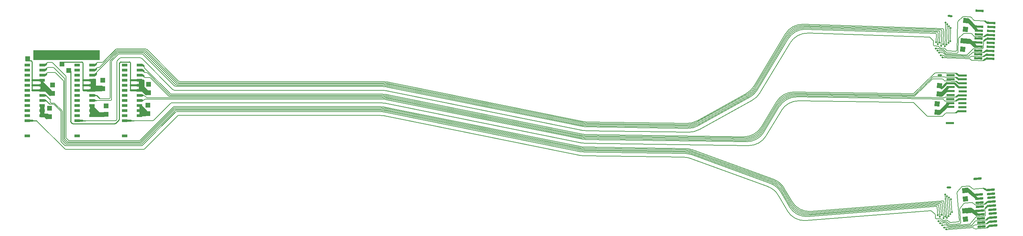
<source format=gbr>
*
G4_C Author: OrCAD GerbTool(tm) 8.1.1 Thu Jun 19 01:59:54 2003*
%LPD*%
%FSLAX34Y34*%
%MOIN*%
%AD*%
%AMD25R98*
20,1,0.025000,0.000000,-0.035000,0.000000,0.035000,98.600000*
%
%AMD10R98*
20,1,0.050000,-0.025000,0.000000,0.025000,0.000000,98.600000*
%
%AMD25R98N2*
20,1,0.025000,0.000000,-0.035000,0.000000,0.035000,98.600000*
%
%AMD10R98N2*
20,1,0.050000,-0.025000,0.000000,0.025000,0.000000,98.600000*
%
%AMD25R86*
20,1,0.025000,0.000000,-0.035000,0.000000,0.035000,86.080000*
%
%AMD10R86*
20,1,0.050000,-0.025000,0.000000,0.025000,0.000000,86.080000*
%
%AMD16R5*
20,1,0.025000,-0.035000,0.000000,0.035000,0.000000,5.450000*
%
%AMD10R5*
20,1,0.050000,-0.025000,0.000000,0.025000,0.000000,5.450000*
%
%AMD16R5N2*
20,1,0.025000,-0.035000,0.000000,0.035000,0.000000,5.450000*
%
%AMD10R5N2*
20,1,0.050000,-0.025000,0.000000,0.025000,0.000000,5.450000*
%
%AMD32R3*
20,1,0.025000,0.034920,-0.002390,-0.034920,0.002390,3.950000*
%
%AMD33R3*
20,1,0.050000,-0.001710,-0.024940,0.001710,0.024940,3.950000*
%
%AMD32R3N2*
20,1,0.025000,0.034920,-0.002390,-0.034920,0.002390,3.910000*
%
%AMD33R3N2*
20,1,0.050000,-0.001710,-0.024940,0.001710,0.024940,3.910000*
%
%AMD32R3N3*
20,1,0.025000,0.034920,-0.002390,-0.034920,0.002390,3.920000*
%
%AMD33R3N3*
20,1,0.050000,-0.001710,-0.024940,0.001710,0.024940,3.920000*
%
%AMD29R274*
20,1,0.022000,0.000000,-0.040000,0.000000,0.040000,274.700000*
%
%AMD54R274*
20,1,0.050000,-0.025000,0.000000,0.025000,0.000000,274.700000*
%
%AMD29R88*
20,1,0.022000,0.000000,-0.040000,0.000000,0.040000,88.000000*
%
%AMD54R88*
20,1,0.050000,-0.025000,0.000000,0.025000,0.000000,88.000000*
%
%AMD257R359*
20,1,0.022000,-0.040000,0.000000,0.040000,0.000000,359.000000*
%
%AMD54R359*
20,1,0.050000,-0.025000,0.000000,0.025000,0.000000,359.000000*
%
%AMD57R180*
20,1,0.022000,-0.039870,-0.003280,0.039870,0.003280,180.000000*
%
%AMD58R180*
20,1,0.050000,-0.002050,0.024920,0.002050,-0.024920,180.000000*
%
%AMD29R95*
20,1,0.022000,0.000000,-0.040000,0.000000,0.040000,95.100000*
%
%AMD54R95*
20,1,0.050000,-0.025000,0.000000,0.025000,0.000000,95.100000*
%
%AMD65R359*
20,1,0.022000,0.039840,0.003560,-0.039840,-0.003560,359.000000*
%
%AMD66R359*
20,1,0.050000,0.002220,-0.024900,-0.002220,0.024900,359.000000*
%
%AMD67R0*
20,1,0.022000,0.039900,0.002860,-0.039900,-0.002860,0.500000*
%
%AMD68R0*
20,1,0.050000,0.001790,-0.024930,-0.001790,0.024930,0.500000*
%
%AMD29R89*
20,1,0.022000,0.000000,-0.040000,0.000000,0.040000,89.200000*
%
%AMD54R89*
20,1,0.050000,-0.025000,0.000000,0.025000,0.000000,89.200000*
%
%AMD29R88N2*
20,1,0.022000,0.000000,-0.040000,0.000000,0.040000,88.200000*
%
%AMD54R88N2*
20,1,0.050000,-0.025000,0.000000,0.025000,0.000000,88.200000*
%
%ADD10R,0.050000X0.050000*%
%ADD11C,0.006000*%
%ADD12C,0.019000*%
%ADD13C,0.007900*%
%ADD14C,0.005000*%
%ADD15C,0.000800*%
%ADD16R,0.070000X0.025000*%
%ADD17R,0.068000X0.023000*%
%ADD18C,0.006000*%
%ADD19C,0.009800*%
%ADD20C,0.010000*%
%ADD21C,0.030000*%
%ADD22C,0.060000*%
%ADD23C,0.035000*%
%ADD24C,0.055000*%
%ADD25R,0.025000X0.070000*%
%ADD26C,0.010000*%
%ADD27R,0.029000X0.058000*%
%ADD28R,0.031000X0.060000*%
%ADD29R,0.022000X0.080000*%
%ADD30R,0.024000X0.082000*%
%ADD31D10R98N2*%
%ADD32D25R86*%
%ADD33D10R86*%
%ADD34D16R5*%
%ADD35D10R5*%
%ADD36D16R5N2*%
%ADD37D10R5N2*%
%ADD38D25R98N2*%
%ADD39D10R98N2*%
%ADD40D25R86*%
%ADD41D10R86*%
%ADD42D16R5*%
%ADD43D10R5*%
%ADD44D16R5N2*%
%ADD45D10R5N2*%
%ADD46D32R3*%
%ADD47D33R3*%
%ADD48R,0.070000X0.025000*%
%ADD49D33R3N2*%
%ADD50C,0.011000*%
%ADD51C,0.036000*%
%ADD52C,0.015000*%
%ADD53R,0.070000X0.025000*%
%ADD54R,0.050000X0.050000*%
%ADD55C,0.010000*%
%ADD56C,0.010000*%
%ADD57D29R274*%
%ADD58D54R274*%
%ADD59D29R88*%
%ADD60D54R88*%
%ADD61D257R359*%
%ADD62D54R359*%
%ADD63D57R180*%
%ADD64D58R180*%
%ADD65D29R95*%
%ADD66D54R95*%
%ADD67D65R359*%
%ADD68D66R359*%
%ADD69D67R0*%
%ADD70D68R0*%
%ADD71D29R89*%
%ADD72D54R89*%
%ADD73D29R88N2*%
%ADD74D54R88N2*%
%ADD256R,0.058000X0.029000*%
%ADD257R,0.080000X0.022000*%
G4_C OrCAD GerbTool Tool List *
G4_D50 1 0.0110 T 0 0*
G4_D51 3 0.0360 T 0 0*
G4_D52 2 0.0150 T 0 0*
G54D20*
G1X11815Y35876D2*
G1X12064Y35875D1*
G1X11814Y35376D2*
G1X12064Y35376D1*
G1X11589Y35376D2*
G54D11*
G1X12202Y35376D1*
G75*
G3X12272Y35404I0J100D1*
G74*
G1X12920Y37605D2*
G75*
G3X12849Y37635I-71J-71D1*
G74*
G1X15344Y34350D2*
G1X13877Y32883D1*
G1X13241Y33405D2*
G75*
G2X13172Y33376I-71J71D1*
G74*
G1X12052Y35876D2*
G1X11589Y35876D1*
G1X12483Y35965D2*
G54D12*
G1X11875Y36573D1*
G1X12481Y36179D2*
G1X11873Y36786D1*
G1X12594Y36259D2*
G1X11986Y36867D1*
G1X11875Y36432D2*
G1X11875Y37292D1*
G1X12065Y36485D2*
G1X12064Y37345D1*
G1X12222Y36485D2*
G1X12222Y37345D1*
G1X11352Y36877D2*
G1X12212Y36877D1*
G1X12798Y36100D2*
G1X12190Y36709D1*
G1X12509Y34301D2*
G1X11901Y34909D1*
G1X12545Y34110D2*
G1X11937Y34718D1*
G1X11937Y33904D2*
G1X11936Y34764D1*
G1X12440Y34027D2*
G1X12090Y34027D1*
G1X12409Y34153D2*
G1X12059Y34153D1*
G1X12397Y34340D2*
G1X12047Y34340D1*
G1X12379Y34423D2*
G1X12029Y34424D1*
G1X6213Y33376D2*
G1X5663Y33376D1*
G1X6510Y33375D2*
G54D20*
G1X6113Y33375D1*
G1X1578Y40072D2*
G54D10*
G1X7652Y40072D1*
G1X7652Y39615D2*
G1X1578Y39615D1*
G1X5236Y33077D2*
G75*
G54D19*
G2X5166Y33106I0J100D1*
G74*
G1X5047Y33225D1*
G75*
G2X5017Y33296I71J71D1*
G74*
G54D54*
G1X4161Y38979D3*
G1X5017Y33296D2*
G54D19*
G1X5017Y38277D1*
G54D54*
G1X4818Y38330D3*
G1X11312Y33377D2*
G54D20*
G1X10915Y33377D1*
G1X11014Y33377D2*
G54D12*
G1X10465Y33377D1*
G1X9525Y33406D2*
G75*
G54D11*
G2X9454Y33377I-71J71D1*
G74*
G1X9583Y33464D2*
G75*
G3X9612Y33534I-71J71D1*
G74*
G1X9612Y39235D1*
G75*
G2X9641Y39306I100J0D1*
G74*
G1X10011Y39185D2*
G75*
G54D19*
G3X9940Y39156I0J-100D1*
G74*
G1X9865Y39080D1*
G1X9836Y39009D2*
G75*
G2X9865Y39080I100J0D1*
G74*
G1X9836Y33517D2*
G1X9836Y39009D1*
G1X9806Y33447D2*
G75*
G3X9836Y33517I-71J71D1*
G74*
G1X9467Y33107D2*
G75*
G2X9396Y33078I-71J71D1*
G74*
G1X7079Y38771D2*
G54D11*
G1X7209Y38876D1*
G1X7080Y38983D1*
G1X7084Y38877D2*
G1X7209Y38876D1*
G1X7078Y38271D2*
G1X7208Y38377D1*
G1X7079Y38483D1*
G1X7083Y38377D2*
G1X7208Y38377D1*
G1X7081Y38982D2*
G1X7205Y38981D1*
G1X7081Y38965D2*
G1X7081Y38810D1*
G1X7212Y38876D2*
G1X7083Y38982D1*
G1X7087Y38876D2*
G1X7212Y38876D1*
G1X7213Y38876D2*
G1X7083Y38769D1*
G1X7065Y38482D2*
G1X7190Y38482D1*
G1X7086Y38377D2*
G1X7211Y38377D1*
G1X7081Y38466D2*
G1X7081Y38312D1*
G1X7081Y38271D2*
G1X7211Y38377D1*
G1X7209Y38377D2*
G1X7080Y38483D1*
G1X7089Y38876D2*
G1X7213Y38876D1*
G1X7081Y37772D2*
G1X7211Y37878D1*
G1X7041Y37983D2*
G1X7166Y37983D1*
G1X7086Y37878D2*
G1X7211Y37878D1*
G1X7081Y37983D1*
G1X7211Y37878D2*
G1X7086Y37878D1*
G1X7013Y35876D2*
G54D20*
G1X7263Y35876D1*
G1X6584Y36877D2*
G54D12*
G1X7444Y36877D1*
G1X7203Y36345D2*
G1X6679Y36345D1*
G1X7094Y36402D2*
G1X7095Y36861D1*
G1X7719Y33979D2*
G1X7045Y33979D1*
G1X7154Y33874D2*
G1X7155Y34333D1*
G1X7262Y36381D2*
G1X7263Y36840D1*
G1X7090Y36957D2*
G1X7091Y37416D1*
G1X7280Y36960D2*
G1X7280Y37419D1*
G1X7091Y37467D2*
G54D20*
G1X7341Y37467D1*
G1X7443Y36961D2*
G54D12*
G1X7442Y37420D1*
G1X7208Y37463D2*
G54D20*
G1X7458Y37463D1*
G1X8441Y33918D2*
G54D12*
G1X7765Y33918D1*
G1X8374Y34105D2*
G1X7699Y34105D1*
G1X7042Y33866D2*
G1X7042Y34325D1*
G1X7838Y34118D2*
G1X7048Y34908D1*
G1X7848Y33884D2*
G1X7058Y34675D1*
G1X7730Y33847D2*
G1X7056Y33847D1*
G1X8338Y33847D2*
G1X7662Y33847D1*
G1X7759Y34103D2*
G1X7083Y34103D1*
G1X7308Y34031D2*
G1X7307Y34490D1*
G1X7138Y34254D2*
G1X7139Y34713D1*
G1X7043Y34319D2*
G1X7043Y34778D1*
G1X6833Y36375D2*
G1X6283Y36375D1*
G1X6830Y36875D2*
G1X6280Y36875D1*
G1X6830Y37377D2*
G1X6280Y37377D1*
G1X1264Y33377D2*
G1X714Y33377D1*
G54D54*
G1X767Y39510D3*
G1X572Y39312D2*
G54D19*
G1X1083Y39312D1*
G75*
G2X1183Y39212I0J-100D1*
G74*
G1X1183Y36375D1*
G1X2064Y35877D2*
G54D20*
G1X2315Y35877D1*
G1X2064Y35377D2*
G1X2314Y35377D1*
G1X1984Y37388D2*
G54D12*
G1X3068Y36303D1*
G1X2145Y36402D2*
G1X2145Y36861D1*
G1X2152Y36750D2*
G1X2151Y37209D1*
G1X2758Y33795D2*
G1X2082Y33796D1*
G1X2770Y33980D2*
G1X2095Y33980D1*
G1X14962Y35997D2*
G75*
G54D11*
G2X14892Y36026I0J100D1*
G74*
G1X14820Y35906D2*
G75*
G3X14890Y35877I71J71D1*
G74*
G1X14809Y35757D2*
G75*
G2X14739Y35786I0J100D1*
G74*
G1X14944Y35108D2*
G1X13241Y33405D1*
G1X15014Y35137D2*
G75*
G3X14944Y35108I0J-100D1*
G74*
G1X15185Y34728D2*
G1X13838Y33382D1*
G1X15255Y34757D2*
G75*
G3X15185Y34728I0J-100D1*
G74*
G1X15243Y34608D2*
G75*
G2X15313Y34637I71J-71D1*
G74*
G1X15370Y34517D2*
G75*
G3X15300Y34488I0J-100D1*
G74*
G1X15362Y34368D2*
G75*
G2X15432Y34397I71J-71D1*
G74*
G1X15437Y34248D2*
G1X14028Y32837D1*
G1X15508Y34277D2*
G75*
G3X15437Y34248I0J-100D1*
G74*
G1X15633Y33868D2*
G75*
G2X15703Y33897I71J-71D1*
G74*
G1X12137Y30947D2*
G1X15347Y34160D1*
G1X12067Y30918D2*
G75*
G3X12137Y30947I0J100D1*
G74*
G1X15362Y34368D2*
G1X12063Y31067D1*
G75*
G2X11993Y31038I-71J71D1*
G74*
G1X12000Y31187D2*
G1X15300Y34488D1*
G1X11930Y31158D2*
G75*
G3X12000Y31187I0J100D1*
G74*
G1X15243Y34608D2*
G1X11943Y31307D1*
G75*
G2X11873Y31278I-71J71D1*
G74*
G1X11885Y31427D2*
G1X15016Y34559D1*
G1X11815Y31398D2*
G75*
G3X11885Y31427I0J100D1*
G74*
G1X9898Y39563D2*
G1X9641Y39306D1*
G1X9968Y39592D2*
G75*
G3X9898Y39563I0J-100D1*
G74*
G1X9746Y39945D2*
G75*
G2X9816Y39974I71J-71D1*
G74*
G1X9674Y40065D2*
G75*
G2X9744Y40094I71J-71D1*
G74*
G1X9610Y40185D2*
G75*
G2X9680Y40214I71J-71D1*
G74*
G1X9553Y40305D2*
G75*
G2X9623Y40334I71J-71D1*
G74*
G1X9496Y40425D2*
G75*
G2X9566Y40454I71J-71D1*
G74*
G1X9496Y40425D2*
G1X8236Y39165D1*
G1X6203Y33376D2*
G1X9454Y33376D1*
G1X9524Y33405D2*
G1X9583Y33464D1*
G1X9454Y33376D2*
G75*
G3X9524Y33405I0J100D1*
G74*
G1X9806Y33447D2*
G54D19*
G1X9466Y33106D1*
G1X9396Y33077D2*
G1X5236Y33077D1*
G1X9466Y33106D2*
G75*
G2X9396Y33077I-71J71D1*
G74*
G1X11815Y31398D2*
G54D11*
G1X4866Y31398D1*
G75*
G2X4796Y31427I0J100D1*
G74*
G1X4767Y31278D2*
G1X11873Y31278D1*
G1X4696Y31307D2*
G75*
G3X4767Y31278I71J71D1*
G74*
G1X11930Y31158D2*
G1X4670Y31158D1*
G75*
G2X4600Y31187I0J100D1*
G74*
G1X4594Y31038D2*
G1X11993Y31038D1*
G1X4524Y31067D2*
G75*
G3X4594Y31038I71J71D1*
G74*
G1X12067Y30918D2*
G1X4495Y30918D1*
G75*
G2X4425Y30947I0J100D1*
G74*
G1X4111Y31261D1*
G75*
G2X4082Y31331I71J71D1*
G74*
G1X4524Y31067D2*
G1X4231Y31360D1*
G75*
G2X4202Y31430I71J71D1*
G74*
G1X4600Y31187D2*
G1X4351Y31436D1*
G75*
G2X4322Y31506I71J71D1*
G74*
G1X4696Y31307D2*
G1X4471Y31534D1*
G75*
G2X4442Y31604I71J71D1*
G74*
G1X4796Y31427D2*
G1X4596Y31627D1*
G75*
G2X4567Y31697I71J71D1*
G74*
G1X4082Y34235D2*
G1X4082Y31331D1*
G1X4053Y34305D2*
G75*
G2X4082Y34235I-71J-71D1*
G74*
G1X4202Y31430D2*
G1X4202Y34285D1*
G75*
G3X4173Y34355I-100J0D1*
G74*
G1X3444Y35085D1*
G1X3373Y35114D2*
G75*
G2X3444Y35085I0J-100D1*
G74*
G1X4322Y31506D2*
G1X4322Y37281D1*
G75*
G3X4293Y37351I-100J0D1*
G74*
G1X4442Y37502D2*
G1X4442Y31604D1*
G1X4413Y37572D2*
G75*
G2X4442Y37502I-71J-71D1*
G74*
G1X4567Y31697D2*
G1X4567Y37734D1*
G75*
G3X4538Y37804I-100J0D1*
G74*
G1X4293Y37351D2*
G1X3541Y38103D1*
G75*
G3X3471Y38132I-71J-71D1*
G74*
G1X3380Y38603D2*
G1X4413Y37572D1*
G1X3310Y38632D2*
G75*
G2X3380Y38603I0J-100D1*
G74*
G1X4538Y37804D2*
G1X3234Y39108D1*
G75*
G3X3164Y39137I-71J-71D1*
G74*
G1X1164Y33376D2*
G54D20*
G1X1661Y33376D1*
G1X11631Y36375D2*
G54D12*
G1X10981Y36375D1*
G1X11629Y36876D2*
G1X10980Y36876D1*
G1X11631Y37375D2*
G1X10982Y37375D1*
G1X13172Y33376D2*
G54D11*
G1X11311Y33376D1*
G1X6234Y36375D2*
G54D19*
G1X6234Y39079D1*
G1X6134Y39179D2*
G1X4133Y39179D1*
G1X6234Y39079D2*
G75*
G3X6134Y39179I-100J0D1*
G74*
G1X4461Y30567D2*
G54D11*
G1X1681Y33348D1*
G1X4531Y30538D2*
G75*
G2X4461Y30567I0J100D1*
G74*
G1X4531Y30538D2*
G1X12262Y30538D1*
G1X12332Y30567D2*
G1X15633Y33868D1*
G1X12262Y30538D2*
G75*
G3X12332Y30567I0J100D1*
G74*
G1X12272Y35404D2*
G1X12354Y35487D1*
G1X12354Y35487D2*
G75*
G2X12425Y35517I71J-70D1*
G74*
G54D256*
G1X11823Y33874D3*
G1X11824Y34375D3*
G1X11822Y34875D3*
G1X11822Y35375D3*
G1X11823Y35874D3*
G1X11823Y36374D3*
G1X11823Y36874D3*
G1X11822Y37375D3*
G1X11822Y37875D3*
G1X11822Y38376D3*
G1X11823Y38876D3*
G1X10354Y38877D3*
G1X10353Y38377D3*
G1X10352Y37876D3*
G1X10352Y37377D3*
G1X10352Y36877D3*
G1X10352Y36376D3*
G1X10353Y35876D3*
G1X10353Y35377D3*
G1X10352Y34876D3*
G1X10353Y34377D3*
G1X10352Y33877D3*
G1X10353Y33377D3*
G1X10351Y31877D3*
G1X12166Y37771D2*
G54D11*
G1X12292Y37772D1*
G1X12106Y37982D2*
G1X12236Y37875D1*
G1X12159Y37832D2*
G1X12285Y37832D1*
G1X12066Y37771D2*
G1X12191Y37771D1*
G1X12162Y37799D2*
G1X12288Y37799D1*
G1X12161Y37830D2*
G1X12291Y37724D1*
G1X12163Y37822D2*
G1X12164Y37930D1*
G1X12111Y37876D2*
G1X12236Y37875D1*
G1X12202Y37876D2*
G75*
G2X12302Y37776I0J-100D1*
G74*
G1X12302Y37721D1*
G1X12236Y37875D2*
G1X12106Y37770D1*
G1X12236Y37875D2*
G1X12112Y37876D1*
G1X12302Y37735D2*
G1X12302Y37679D1*
G1X12325Y37657D2*
G1X12126Y37818D1*
G1X12387Y37635D2*
G75*
G2X12325Y37657I0J101D1*
G74*
G1X12105Y38483D2*
G1X12234Y38376D1*
G1X12104Y38270D1*
G1X12124Y38300D2*
G1X12125Y38454D1*
G1X12162Y38322D2*
G1X12161Y38431D1*
G1X12109Y38377D2*
G1X12234Y38376D1*
G1X12091Y38271D2*
G1X12216Y38272D1*
G1X12165Y38323D2*
G1X12164Y38431D1*
G1X12112Y38377D2*
G1X12237Y38377D1*
G1X12156Y38297D2*
G1X12282Y38297D1*
G1X12108Y38483D2*
G1X12237Y38377D1*
G1X12303Y38277D2*
G1X12303Y38222D1*
G1X12162Y38322D2*
G1X12291Y38217D1*
G1X12127Y38300D2*
G1X12128Y38453D1*
G1X12203Y38376D2*
G75*
G2X12303Y38277I0J-100D1*
G74*
G1X12152Y38332D2*
G1X12277Y38332D1*
G1X12235Y38377D2*
G1X12105Y38270D1*
G1X12304Y38233D2*
G1X12304Y38178D1*
G1X12170Y38350D2*
G1X12300Y38244D1*
G1X12144Y38305D2*
G1X12334Y38151D1*
G75*
G3X12398Y38128I63J79D1*
G74*
G1X12105Y38982D2*
G1X12235Y38876D1*
G1X12105Y38770D1*
G1X12163Y38822D2*
G1X12162Y38930D1*
G1X12111Y38876D2*
G1X12235Y38876D1*
G1X12106Y38771D2*
G1X12231Y38771D1*
G1X12167Y38823D2*
G1X12166Y38931D1*
G1X12145Y38830D2*
G1X12270Y38831D1*
G1X12149Y38792D2*
G1X12273Y38792D1*
G1X12302Y38720D2*
G1X12172Y38826D1*
G1X12204Y38877D2*
G75*
G2X12304Y38777I0J-100D1*
G74*
G1X12177Y38818D2*
G1X12305Y38689D1*
G1X12238Y38877D2*
G1X12108Y38771D1*
G1X12114Y38876D2*
G1X12238Y38877D1*
G1X12239Y38877D2*
G1X12109Y38982D1*
G1X12295Y38761D2*
G1X12165Y38867D1*
G1X12306Y38724D2*
G1X12305Y38669D1*
G1X12280Y38786D2*
G1X12151Y38892D1*
G1X12115Y38876D2*
G1X12239Y38877D1*
G1X14892Y36026D2*
G1X12333Y38584D1*
G1X12304Y38655D2*
G1X12304Y38777D1*
G1X12333Y38584D2*
G75*
G2X12304Y38655I71J71D1*
G74*
G1X12122Y38803D2*
G1X12122Y38926D1*
G1X12306Y38663D2*
G1X12127Y38808D1*
G1X14820Y35906D2*
G1X12628Y38099D1*
G1X12558Y38128D2*
G1X12398Y38128D1*
G1X12628Y38099D2*
G75*
G3X12558Y38128I-71J-71D1*
G74*
G1X14739Y35786D2*
G1X12919Y37606D1*
G1X12849Y37635D2*
G1X12387Y37635D1*
G1X12919Y37606D2*
G75*
G3X12849Y37635I-71J-71D1*
G74*
G1X12019Y37919D2*
G1X12145Y37919D1*
G1X12146Y35377D2*
G54D12*
G1X11796Y35377D1*
G1X12171Y35868D2*
G1X11821Y35868D1*
G1X10933Y36376D2*
G54D19*
G1X10933Y39085D1*
G1X10833Y39185D2*
G1X10011Y39185D1*
G1X10933Y39085D2*
G75*
G3X10833Y39185I-100J0D1*
G74*
G1X12274Y35864D2*
G54D11*
G1X12149Y35864D1*
G1X12344Y35835D2*
G75*
G3X12274Y35864I-70J-71D1*
G74*
G1X12516Y35666D2*
G1X12344Y35835D1*
G1X12586Y35637D2*
G75*
G2X12516Y35666I0J100D1*
G74*
G1X11669Y33902D2*
G54D12*
G1X12429Y33902D1*
G1X11578Y36348D2*
G1X12348Y36348D1*
G1X12221Y37346D2*
G1X11705Y37346D1*
G54D54*
G1X12661Y34056D3*
G1X12660Y34896D3*
G1X12738Y36120D3*
G1X12737Y36960D3*
G54D256*
G1X7134Y33875D3*
G1X7135Y34376D3*
G1X7133Y34876D3*
G1X7133Y35376D3*
G1X7134Y35875D3*
G1X7134Y36375D3*
G1X7134Y36875D3*
G1X7133Y37376D3*
G1X5665Y38877D3*
G1X5664Y38377D3*
G1X5663Y37876D3*
G1X5663Y37377D3*
G1X5663Y36877D3*
G1X5663Y36376D3*
G1X5664Y35876D3*
G1X5664Y35377D3*
G1X5663Y34876D3*
G1X5664Y34377D3*
G1X5663Y33877D3*
G1X5664Y33377D3*
G1X5662Y31877D3*
G1X7419Y38954D2*
G54D11*
G1X7418Y38800D1*
G1X7455Y38930D2*
G1X7456Y38823D1*
G1X7417Y38454D2*
G1X7417Y38299D1*
G1X7454Y38431D2*
G1X7454Y38323D1*
G1X7631Y39113D2*
G1X7453Y38967D1*
G1X7694Y39136D2*
G75*
G3X7631Y39113I0J-101D1*
G74*
G1X7459Y38930D2*
G1X7460Y38822D1*
G1X7438Y38922D2*
G1X7563Y38922D1*
G1X7441Y38961D2*
G1X7566Y38961D1*
G1X7596Y39033D2*
G1X7466Y38927D1*
G1X7598Y38976D2*
G1X7597Y39035D1*
G1X7497Y38876D2*
G75*
G3X7598Y38976I0J100D1*
G74*
G1X7470Y38934D2*
G1X7599Y39064D1*
G1X7423Y38953D2*
G1X7422Y38799D1*
G1X7588Y38992D2*
G1X7458Y38886D1*
G1X7598Y39028D2*
G1X7598Y39084D1*
G1X7573Y38967D2*
G1X7443Y38860D1*
G1X7458Y38430D2*
G1X7457Y38323D1*
G1X7450Y38457D2*
G1X7574Y38456D1*
G1X7597Y38477D2*
G1X7596Y38532D1*
G1X7454Y38431D2*
G1X7585Y38536D1*
G1X7420Y38454D2*
G1X7420Y38300D1*
G1X7496Y38377D2*
G75*
G3X7597Y38477I0J100D1*
G74*
G1X7445Y38422D2*
G1X7570Y38422D1*
G1X7598Y38521D2*
G1X7597Y38575D1*
G1X7463Y38404D2*
G1X7593Y38510D1*
G1X7460Y37982D2*
G1X7585Y37982D1*
G1X7420Y37955D2*
G1X7421Y37800D1*
G1X7453Y37922D2*
G1X7579Y37922D1*
G1X7456Y37955D2*
G1X7581Y37955D1*
G1X7455Y37924D2*
G1X7585Y38030D1*
G1X7458Y37932D2*
G1X7457Y37824D1*
G1X7496Y37878D2*
G75*
G3X7597Y37978I0J100D1*
G74*
G1X7596Y38033D1*
G1X7437Y38449D2*
G1X7627Y38602D1*
G75*
G2X7691Y38626I64J-78D1*
G74*
G54D256*
G1X7133Y38376D3*
G1X7133Y38876D3*
G1X7133Y37875D3*
G1X7694Y39136D2*
G54D11*
G1X8164Y39136D1*
G1X8235Y39165D2*
G1X9416Y40345D1*
G1X8164Y39136D2*
G75*
G3X8235Y39165I0J100D1*
G74*
G1X9553Y40305D2*
G1X7904Y38655D1*
G1X7833Y38626D2*
G1X7691Y38626D1*
G1X7904Y38655D2*
G75*
G2X7833Y38626I-71J71D1*
G74*
G1X7596Y38019D2*
G1X7596Y38129D1*
G1X7625Y38199D2*
G1X9610Y40185D1*
G1X7596Y38129D2*
G75*
G2X7625Y38199I100J0D1*
G74*
G1X7587Y38121D2*
G1X7389Y37960D1*
G1X7574Y38065D2*
G1X7376Y37904D1*
G1X7428Y37793D2*
G1X7558Y37899D1*
G1X7396Y37765D2*
G1X7526Y37871D1*
G1X7433Y38296D2*
G1X7563Y38402D1*
G1X7393Y38263D2*
G1X7523Y38369D1*
G1X7428Y38791D2*
G1X7558Y38897D1*
G1X7399Y38766D2*
G1X7529Y38872D1*
G1X7583Y35376D2*
G54D20*
G1X7013Y35376D1*
G1X7113Y35376D2*
G54D12*
G1X7433Y35376D1*
G1X7443Y36859D2*
G1X7443Y37318D1*
G1X7443Y36817D2*
G1X7443Y36327D1*
G1X7583Y35875D2*
G54D20*
G1X7062Y35875D1*
G1X7138Y35875D2*
G54D12*
G1X7433Y35875D1*
G1X7889Y35570D2*
G54D20*
G1X7585Y35875D1*
G1X7960Y35541D2*
G75*
G54D11*
G2X7889Y35570I0J100D1*
G74*
G1X8830Y35541D2*
G1X7960Y35541D1*
G1X8930Y35641D2*
G75*
G2X8830Y35541I-100J0D1*
G74*
G1X7490Y35375D2*
G1X8980Y35375D1*
G75*
G3X9080Y35475I0J100D1*
G74*
G1X9080Y39238D1*
G1X9109Y39309D2*
G1X9746Y39945D1*
G1X9080Y39238D2*
G75*
G2X9109Y39309I100J0D1*
G74*
G1X8930Y35641D2*
G1X8930Y39280D1*
G1X8959Y39351D2*
G1X9674Y40065D1*
G1X8930Y39280D2*
G75*
G2X8959Y39351I100J0D1*
G74*
G54D54*
G1X8530Y34002D3*
G1X8529Y34842D3*
G1X8108Y36385D2*
G54D12*
G1X7538Y36385D1*
G1X8123Y36568D2*
G1X7553Y36568D1*
G1X8130Y36748D2*
G1X7560Y36748D1*
G54D54*
G1X8199Y36544D3*
G1X8198Y37384D3*
G54D256*
G1X2205Y33873D3*
G1X2206Y34374D3*
G1X2204Y34874D3*
G1X2204Y35374D3*
G1X2205Y35873D3*
G1X2205Y36373D3*
G1X2205Y36873D3*
G1X2204Y37374D3*
G1X735Y38876D3*
G1X734Y38376D3*
G1X733Y37875D3*
G1X733Y37376D3*
G1X733Y36876D3*
G1X733Y36375D3*
G1X734Y35875D3*
G1X734Y35376D3*
G1X733Y34875D3*
G1X734Y34376D3*
G1X733Y33876D3*
G1X734Y33376D3*
G1X733Y31875D3*
G1X2470Y38772D2*
G54D11*
G1X2600Y38878D1*
G1X2471Y38984D1*
G1X2490Y38955D2*
G1X2490Y38801D1*
G1X2528Y38931D2*
G1X2527Y38824D1*
G1X2475Y38878D2*
G1X2600Y38878D1*
G1X2469Y38272D2*
G1X2600Y38378D1*
G1X2469Y38483D1*
G1X2489Y38455D2*
G1X2490Y38300D1*
G1X2527Y38432D2*
G1X2526Y38324D1*
G1X2474Y38378D2*
G1X2600Y38378D1*
G1X2471Y38983D2*
G1X2596Y38983D1*
G1X2472Y38966D2*
G1X2473Y38811D1*
G1X2532Y38931D2*
G1X2531Y38822D1*
G1X2510Y38923D2*
G1X2635Y38923D1*
G1X2513Y38962D2*
G1X2639Y38962D1*
G1X2667Y39034D2*
G1X2538Y38928D1*
G1X2670Y38977D2*
G1X2670Y39036D1*
G1X2569Y38877D2*
G75*
G3X2670Y38977I0J100D1*
G74*
G1X2542Y38935D2*
G1X2671Y39065D1*
G1X2603Y38877D2*
G1X2473Y38983D1*
G1X2478Y38877D2*
G1X2603Y38877D1*
G1X2604Y38877D2*
G1X2474Y38770D1*
G1X2494Y38954D2*
G1X2494Y38800D1*
G1X2661Y38993D2*
G1X2531Y38887D1*
G1X2670Y39029D2*
G1X2670Y39085D1*
G1X2645Y38968D2*
G1X2515Y38861D1*
G1X2456Y38483D2*
G1X2581Y38483D1*
G1X2530Y38431D2*
G1X2529Y38324D1*
G1X2477Y38378D2*
G1X2602Y38378D1*
G1X2521Y38458D2*
G1X2646Y38457D1*
G1X2472Y38467D2*
G1X2473Y38313D1*
G1X2472Y38272D2*
G1X2602Y38378D1*
G1X2668Y38478D2*
G1X2668Y38533D1*
G1X2527Y38432D2*
G1X2657Y38537D1*
G1X2492Y38455D2*
G1X2493Y38301D1*
G1X2568Y38378D2*
G75*
G3X2668Y38478I0J100D1*
G74*
G1X2517Y38423D2*
G1X2643Y38423D1*
G1X2601Y38378D2*
G1X2470Y38483D1*
G1X2669Y38522D2*
G1X2669Y38577D1*
G1X2536Y38405D2*
G1X2666Y38511D1*
G1X2509Y38450D2*
G1X2639Y38556D1*
G1X2479Y38877D2*
G1X2604Y38877D1*
G1X2532Y37983D2*
G1X2658Y37983D1*
G1X2473Y37773D2*
G1X2603Y37879D1*
G1X2492Y37956D2*
G1X2493Y37801D1*
G1X2525Y37923D2*
G1X2651Y37923D1*
G1X2432Y37984D2*
G1X2557Y37984D1*
G1X2528Y37956D2*
G1X2654Y37956D1*
G1X2527Y37925D2*
G1X2657Y38031D1*
G1X2530Y37933D2*
G1X2529Y37825D1*
G1X2477Y37879D2*
G1X2603Y37879D1*
G1X2569Y37879D2*
G75*
G3X2668Y37979I0J100D1*
G74*
G1X2668Y38034D1*
G1X2603Y37879D2*
G1X2472Y37984D1*
G1X2603Y37879D2*
G1X2477Y37879D1*
G1X2667Y38020D2*
G1X2667Y38075D1*
G54D256*
G1X2204Y37874D3*
G1X2204Y38375D3*
G1X2204Y38875D3*
G1X2492Y37937D2*
G54D11*
G1X2703Y38110D1*
G1X2767Y38132D2*
G1X3471Y38132D1*
G1X2703Y38110D2*
G75*
G2X2767Y38132I63J-78D1*
G74*
G1X2568Y38497D2*
G1X2708Y38610D1*
G1X2771Y38632D2*
G1X3310Y38632D1*
G1X2708Y38610D2*
G75*
G2X2771Y38632I63J-78D1*
G74*
G1X2524Y38968D2*
G1X2703Y39115D1*
G1X2767Y39137D2*
G1X3164Y39137D1*
G1X2703Y39115D2*
G75*
G2X2767Y39137I63J-78D1*
G74*
G1X2033Y36876D2*
G54D12*
G1X1229Y36876D1*
G1X2033Y36375D2*
G1X1229Y36375D1*
G1X2033Y37376D2*
G1X1229Y37376D1*
G1X2784Y36323D2*
G1X2109Y36323D1*
G1X2825Y36508D2*
G1X2150Y36508D1*
G1X4053Y34305D2*
G54D11*
G1X3396Y34962D1*
G75*
G3X3326Y34991I-71J-71D1*
G74*
G1X2164Y35377D2*
G54D12*
G1X2544Y35377D1*
G1X2544Y35877D2*
G1X2164Y35877D1*
G1X2571Y35877D2*
G54D19*
G1X2995Y35453D1*
G1X3326Y34991D2*
G54D11*
G1X2990Y34991D1*
G1X2920Y35020D2*
G54D19*
G1X2564Y35376D1*
G1X2990Y34991D2*
G75*
G54D11*
G2X2920Y35020I0J100D1*
G74*
G1X3373Y35114D2*
G1X3109Y35114D1*
G1X3009Y35214D2*
G1X3009Y35451D1*
G1X3109Y35114D2*
G75*
G2X3009Y35214I0J100D1*
G74*
G54D54*
G1X2917Y33767D3*
G1X2916Y34607D3*
G1X3236Y36071D3*
G1X3235Y36911D3*
G1X2980Y36323D2*
G54D12*
G1X2305Y36323D1*
G1X2704Y36654D2*
G1X2154Y36654D1*
G1X2508Y36393D2*
G1X2986Y35916D1*
G1X2575Y36539D2*
G1X3052Y36062D1*
G1X2094Y33838D2*
G1X2094Y34837D1*
G1X2204Y33875D2*
G1X2204Y34837D1*
G1X2321Y33798D2*
G1X2321Y34837D1*
G1X2190Y34089D2*
G1X2667Y33612D1*
G1X15822Y37237D2*
G75*
G54D11*
G2X15681Y37296I0J200D1*
G74*
G1X15724Y37117D2*
G75*
G2X15583Y37176I0J200D1*
G74*
G1X15488Y37056D2*
G75*
G3X15629Y36997I142J142D1*
G74*
G1X15553Y36877D2*
G75*
G2X15412Y36936I0J200D1*
G74*
G1X15313Y36816D2*
G75*
G3X15454Y36757I142J142D1*
G74*
G1X15289Y36377D2*
G75*
G2X15148Y36436I0J200D1*
G74*
G1X9566Y40454D2*
G1X12448Y40454D1*
G1X12590Y40395D2*
G1X15681Y37296D1*
G1X12448Y40454D2*
G75*
G2X12590Y40395I0J-200D1*
G74*
G1X15583Y37176D2*
G1X12491Y40275D1*
G1X12349Y40334D2*
G1X9623Y40334D1*
G1X12491Y40275D2*
G75*
G3X12349Y40334I-142J-141D1*
G74*
G1X9680Y40214D2*
G1X12247Y40214D1*
G1X12389Y40155D2*
G1X15488Y37056D1*
G1X12247Y40214D2*
G75*
G2X12389Y40155I0J-200D1*
G74*
G1X15412Y36936D2*
G1X12313Y40035D1*
G1X12171Y40094D2*
G1X9744Y40094D1*
G1X12313Y40035D2*
G75*
G3X12171Y40094I-142J-142D1*
G74*
G1X15313Y36816D2*
G1X12214Y39915D1*
G1X12072Y39974D2*
G1X9816Y39974D1*
G1X12214Y39915D2*
G75*
G3X12072Y39974I-142J-142D1*
G74*
G1X9968Y39592D2*
G1X11911Y39592D1*
G1X12052Y39533D2*
G1X15148Y36436D1*
G1X11911Y39592D2*
G75*
G2X12052Y39533I0J-200D1*
G74*
G1X72625Y36767D2*
G75*
G2X71879Y36049I-1696J1025D1*
G74*
G1X71965Y35959D2*
G75*
G3X72711Y36677I-969J1755D1*
G74*
G1X72797Y36587D2*
G75*
G2X72051Y35869I-1697J1025D1*
G74*
G1X72137Y35780D2*
G75*
G3X72883Y36498I-969J1755D1*
G74*
G1X72969Y36408D2*
G75*
G2X72223Y35690I-1697J1025D1*
G74*
G1X72496Y35407D2*
G75*
G3X73242Y36125I-969J1755D1*
G74*
G1X66983Y33346D2*
G1X71879Y36049D1*
G1X65988Y33097D2*
G75*
G3X66983Y33346I28J2021D1*
G74*
G1X71965Y35959D2*
G1X67013Y33225D1*
G1X67013Y33225D2*
G75*
G2X66019Y32976I-974J1765D1*
G74*
G1X67043Y33105D2*
G1X72051Y35869D1*
G1X66048Y32856D2*
G75*
G3X67043Y33105I28J2020D1*
G74*
G1X72137Y35780D2*
G1X67073Y32984D1*
G1X67073Y32984D2*
G75*
G2X66078Y32735I-975J1765D1*
G74*
G1X67103Y32864D2*
G1X72223Y35690D1*
G1X66108Y32615D2*
G75*
G3X67103Y32864I28J2021D1*
G74*
G1X72496Y35407D2*
G1X67199Y32483D1*
G1X67199Y32483D2*
G75*
G2X66204Y32234I-974J1765D1*
G74*
G1X71627Y31778D2*
G75*
G3X73367Y32745I28J2002D1*
G74*
G1X73435Y32624D2*
G75*
G2X71694Y31657I-1720J1039D1*
G74*
G1X71761Y31536D2*
G75*
G3X73502Y32503I28J2002D1*
G74*
G1X73569Y32382D2*
G75*
G2X71829Y31415I-1720J1039D1*
G74*
G1X71896Y31294D2*
G75*
G3X73636Y32261I28J2002D1*
G74*
G1X73849Y31878D2*
G75*
G2X72109Y30911I-1720J1039D1*
G74*
G1X66519Y30498D2*
G75*
G3X65863Y30618I-676J-1857D1*
G74*
G1X65841Y30499D2*
G75*
G2X66497Y30378I-28J-2013D1*
G74*
G1X66474Y30259D2*
G75*
G3X65818Y30379I-676J-1858D1*
G74*
G1X65797Y30259D2*
G75*
G2X66453Y30139I-28J-2012D1*
G74*
G1X66431Y30019D2*
G75*
G3X65775Y30140I-676J-1858D1*
G74*
G1X65705Y29760D2*
G75*
G2X66361Y29640I-28J-2012D1*
G74*
G1X66519Y30498D2*
G1X74601Y27556D1*
G1X74601Y27556D2*
G75*
G2X75649Y26677I-682J-1873D1*
G74*
G1X74520Y27458D2*
G1X66497Y30378D1*
G1X75568Y26579D2*
G75*
G3X74520Y27458I-1727J-997D1*
G74*
G1X66474Y30259D2*
G1X74437Y27361D1*
G1X74437Y27361D2*
G75*
G2X75485Y26481I-682J-1874D1*
G74*
G1X74355Y27262D2*
G1X66453Y30139D1*
G1X75403Y26383D2*
G75*
G3X74355Y27262I-1727J-997D1*
G74*
G1X66431Y30019D2*
G1X74273Y27165D1*
G1X74273Y27165D2*
G75*
G2X75321Y26285I-682J-1873D1*
G74*
G1X74013Y26855D2*
G1X66361Y29640D1*
G1X75061Y25976D2*
G75*
G3X74013Y26855I-1727J-997D1*
G74*
G1X65988Y33097D2*
G1X56161Y33234D1*
G1X56161Y33234D2*
G75*
G2X55793Y33273I28J1975D1*
G74*
G1X56148Y33114D2*
G1X66019Y32976D1*
G1X55781Y33153D2*
G75*
G3X56148Y33114I387J1915D1*
G74*
G1X66048Y32856D2*
G1X56136Y32994D1*
G1X56136Y32994D2*
G75*
G2X55769Y33034I28J1975D1*
G74*
G1X56122Y32875D2*
G1X66078Y32735D1*
G1X55754Y32914D2*
G75*
G3X56122Y32875I387J1915D1*
G74*
G1X66108Y32615D2*
G1X56108Y32755D1*
G1X56108Y32755D2*
G75*
G2X55741Y32794I28J1975D1*
G74*
G1X56073Y32375D2*
G1X66204Y32234D1*
G1X55706Y32414D2*
G75*
G3X56073Y32375I387J1915D1*
G74*
G1X71627Y31778D2*
G1X56030Y31996D1*
G1X56030Y31996D2*
G75*
G2X55663Y32035I28J1975D1*
G74*
G1X56018Y31876D2*
G1X71694Y31657D1*
G1X55651Y31915D2*
G75*
G3X56018Y31876I387J1915D1*
G74*
G1X71761Y31536D2*
G1X56004Y31756D1*
G1X56004Y31756D2*
G75*
G2X55636Y31795I28J1975D1*
G74*
G1X55991Y31636D2*
G1X71829Y31415D1*
G1X55624Y31676D2*
G75*
G3X55991Y31636I387J1915D1*
G74*
G1X71896Y31294D2*
G1X55979Y31516D1*
G1X55979Y31516D2*
G75*
G2X55611Y31556I28J1975D1*
G74*
G1X55937Y31137D2*
G1X72109Y30911D1*
G1X55570Y31176D2*
G75*
G3X55937Y31137I387J1915D1*
G74*
G1X65863Y30618D2*
G1X55895Y30758D1*
G1X55895Y30758D2*
G75*
G2X55528Y30797I28J1975D1*
G74*
G1X55884Y30638D2*
G1X65841Y30499D1*
G1X55517Y30677D2*
G75*
G3X55884Y30638I387J1915D1*
G74*
G1X65818Y30379D2*
G1X55872Y30518D1*
G1X55872Y30518D2*
G75*
G2X55504Y30557I28J1975D1*
G74*
G1X55860Y30398D2*
G1X65797Y30259D1*
G1X55492Y30437D2*
G75*
G3X55860Y30398I387J1915D1*
G74*
G1X65775Y30140D2*
G1X55847Y30278D1*
G1X55847Y30278D2*
G75*
G2X55480Y30317I28J1975D1*
G74*
G1X55802Y29899D2*
G1X65705Y29760D1*
G1X55435Y29938D2*
G75*
G3X55802Y29899I387J1915D1*
G74*
G1X55793Y33273D2*
G1X36332Y37198D1*
G1X35937Y37237D2*
G1X15822Y37237D1*
G1X36332Y37198D2*
G75*
G3X35937Y37237I-395J-1957D1*
G74*
G1X15724Y37117D2*
G1X35925Y37117D1*
G1X36321Y37078D2*
G1X55781Y33153D1*
G1X35925Y37117D2*
G75*
G2X36321Y37078I0J-1977D1*
G74*
G1X55769Y33034D2*
G1X36308Y36958D1*
G1X35913Y36997D2*
G1X15629Y36997D1*
G1X36308Y36958D2*
G75*
G3X35913Y36997I-395J-1957D1*
G74*
G1X15553Y36877D2*
G1X35901Y36877D1*
G1X36296Y36838D2*
G1X55754Y32914D1*
G1X35901Y36877D2*
G75*
G2X36296Y36838I0J-1977D1*
G74*
G1X55741Y32794D2*
G1X36285Y36718D1*
G1X35890Y36757D2*
G1X15454Y36757D1*
G1X36285Y36718D2*
G75*
G3X35890Y36757I-395J-1957D1*
G74*
G1X15289Y36377D2*
G1X35850Y36377D1*
G1X36246Y36338D2*
G1X55706Y32414D1*
G1X35850Y36377D2*
G75*
G2X36246Y36338I0J-1976D1*
G74*
G1X55663Y32035D2*
G1X36208Y35958D1*
G1X35813Y35997D2*
G1X14962Y35997D1*
G1X36208Y35958D2*
G75*
G3X35813Y35997I-395J-1957D1*
G74*
G1X14890Y35877D2*
G1X35800Y35877D1*
G1X36196Y35838D2*
G1X55651Y31915D1*
G1X35800Y35877D2*
G75*
G2X36196Y35838I0J-1976D1*
G74*
G1X55636Y31795D2*
G1X36184Y35718D1*
G1X35789Y35757D2*
G1X14809Y35757D1*
G1X36184Y35718D2*
G75*
G3X35789Y35757I-395J-1957D1*
G74*
G1X12586Y35637D2*
G1X35777Y35637D1*
G1X36172Y35598D2*
G1X55624Y31676D1*
G1X35777Y35637D2*
G75*
G2X36172Y35598I0J-1977D1*
G74*
G1X55611Y31556D2*
G1X36161Y35478D1*
G1X35765Y35517D2*
G1X12425Y35517D1*
G1X36161Y35478D2*
G75*
G3X35765Y35517I-395J-1957D1*
G74*
G1X15014Y35137D2*
G1X35727Y35137D1*
G1X36122Y35098D2*
G1X55570Y31176D1*
G1X35727Y35137D2*
G75*
G2X36122Y35098I0J-1977D1*
G74*
G1X55528Y30797D2*
G1X36085Y34718D1*
G1X35689Y34757D2*
G1X15255Y34757D1*
G1X36085Y34718D2*
G75*
G3X35689Y34757I-395J-1957D1*
G74*
G1X15313Y34637D2*
G1X35678Y34637D1*
G1X36073Y34598D2*
G1X55517Y30677D1*
G1X35678Y34637D2*
G75*
G2X36073Y34598I0J-1977D1*
G74*
G1X55504Y30557D2*
G1X36061Y34478D1*
G1X35665Y34517D2*
G1X15370Y34517D1*
G1X36061Y34478D2*
G75*
G3X35665Y34517I-395J-1957D1*
G74*
G1X15432Y34397D2*
G1X35653Y34397D1*
G1X36048Y34358D2*
G1X55492Y30437D1*
G1X35653Y34397D2*
G75*
G2X36048Y34358I0J-1977D1*
G74*
G1X55480Y30317D2*
G1X36037Y34238D1*
G1X35641Y34277D2*
G1X15508Y34277D1*
G1X36037Y34238D2*
G75*
G3X35641Y34277I-395J-1957D1*
G74*
G1X15703Y33897D2*
G1X35604Y33897D1*
G1X36000Y33858D2*
G1X55435Y29938D1*
G1X35604Y33897D2*
G75*
G2X36000Y33858I0J-1977D1*
G74*
G1X90688Y41911D2*
G75*
G3X90592Y42014I-100J3D1*
G74*
G54D12*
G1X91177Y40754D3*
G1X91317Y39677D2*
G54D11*
G1X91315Y39626D1*
G1X90043Y41620D2*
G75*
G3X89973Y41652I-73J-69D1*
G74*
G1X90386Y41256D2*
G1X90043Y41620D1*
G1X90412Y41184D2*
G75*
G3X90386Y41256I-100J3D1*
G74*
G54D12*
G1X91315Y39625D3*
G1X94456Y42750D2*
G1X94168Y43057D1*
G1X94226Y43000D2*
G1X93939Y43306D1*
G1X94130Y43106D2*
G1X93842Y43412D1*
G1X94150Y42846D2*
G1X93863Y43152D1*
G1X94408Y42573D2*
G1X94121Y42879D1*
G1X94694Y42360D2*
G1X94407Y42666D1*
G1X94626Y42342D2*
G1X94338Y42648D1*
G1X94557Y40798D2*
G1X94270Y41104D1*
G1X94475Y40782D2*
G1X94187Y41088D1*
G1X94488Y40787D2*
G1X94200Y41094D1*
G1X94276Y41001D2*
G1X93988Y41307D1*
G1X94196Y39346D2*
G75*
G54D11*
G2X94126Y39377I3J100D1*
G74*
G1X94326Y40133D2*
G75*
G3X94254Y40106I-3J-100D1*
G74*
G1X94370Y40495D2*
G75*
G2X94442Y40522I69J-73D1*
G74*
G1X94474Y41706D2*
G1X95186Y41684D1*
G1X94404Y41738D2*
G75*
G3X94474Y41706I73J69D1*
G74*
G1X94442Y40522D2*
G1X95238Y40497D1*
G75*
G3X95341Y40594I3J100D1*
G74*
G1X94463Y43282D2*
G75*
G2X94393Y43315I3J100D1*
G74*
G1X93465Y42008D2*
G1X94131Y41987D1*
G1X94201Y41955D2*
G1X94404Y41738D1*
G1X94131Y41987D2*
G75*
G2X94201Y41955I-3J-99D1*
G74*
G1X94393Y43315D2*
G1X94123Y43601D1*
G75*
G3X94054Y43633I-73J-69D1*
G74*
G1X92729Y40033D2*
G75*
G3X92833Y40130I3J100D1*
G74*
G1X93378Y41982D2*
G75*
G2X93450Y42009I69J-72D1*
G74*
G1X92833Y40130D2*
G1X92874Y41465D1*
G1X92906Y41534D2*
G1X93378Y41982D1*
G1X92874Y41465D2*
G75*
G2X92906Y41534I100J-3D1*
G74*
G1X93930Y41378D2*
G54D12*
G1X93510Y41391D1*
G1X94299Y41074D2*
G1X94011Y41380D1*
G1X93802Y41289D2*
G1X93383Y41302D1*
G1X94630Y41111D2*
G1X94210Y41124D1*
G1X91599Y43073D2*
G54D11*
G1X91584Y42574D1*
G1X91938Y42712D2*
G1X91922Y42213D1*
G1X91589Y42724D2*
G1X91527Y40742D1*
G1X91939Y42713D2*
G1X91888Y41081D1*
G54D12*
G1X92067Y41252D3*
G1X91887Y41082D3*
G1X91707Y40913D3*
G1X91526Y40743D3*
G1X91600Y43073D3*
G1X91770Y42893D3*
G1X91939Y42712D3*
G1X92109Y42532D3*
G1X92108Y42532D2*
G54D11*
G1X92067Y41252D1*
G1X90867Y42026D2*
G75*
G3X90770Y42129I-100J3D1*
G74*
G1X91047Y42140D2*
G75*
G3X90950Y42243I-100J3D1*
G74*
G1X91225Y42256D2*
G75*
G3X91128Y42359I-100J3D1*
G74*
G1X91403Y42369D2*
G75*
G3X91306Y42472I-100J3D1*
G74*
G1X91770Y42893D2*
G1X91708Y40912D1*
G54D12*
G1X90833Y40941D3*
G1X90833Y40941D2*
G54D11*
G1X90867Y42026D1*
G1X90923Y40716D2*
G75*
G3X90853Y40748I-73J-69D1*
G74*
G1X90499Y40759D1*
G1X90402Y40862D2*
G1X90412Y41184D1*
G1X90499Y40759D2*
G75*
G2X90402Y40862I3J100D1*
G74*
G54D12*
G1X90664Y41123D3*
G1X90664Y41123D2*
G54D11*
G1X90688Y41911D1*
G1X91177Y40754D2*
G1X91225Y42256D1*
G1X91357Y40925D2*
G1X91402Y42369D1*
G54D12*
G1X91357Y40925D3*
G1X91046Y42140D2*
G54D11*
G1X91013Y41112D1*
G54D12*
G1X91013Y41112D3*
G1X91800Y40270D2*
G75*
G54D11*
G2X91730Y40301I3J100D1*
G74*
G1X92729Y40033D2*
G1X91772Y40063D1*
G75*
G2X91702Y40095I3J100D1*
G74*
G1X91730Y40301D2*
G1X91536Y40509D1*
G75*
G3X91466Y40540I-73J-69D1*
G74*
G54D12*
G1X90980Y40097D3*
G1X91466Y40540D2*
G54D11*
G1X91118Y40551D1*
G1X91048Y40583D2*
G1X90923Y40716D1*
G1X91118Y40551D2*
G75*
G2X91048Y40583I3J100D1*
G74*
G54D12*
G1X90811Y40297D3*
G1X91713Y39946D2*
G75*
G54D11*
G2X91643Y39977I3J100D1*
G74*
G1X91388Y40250D1*
G75*
G3X91319Y40281I-73J-69D1*
G74*
G1X91586Y39709D2*
G75*
G2X91515Y39741I3J100D1*
G74*
G1X91319Y40281D2*
G1X90811Y40297D1*
G1X91702Y40095D2*
G1X91435Y40379D1*
G75*
G3X91366Y40411I-73J-69D1*
G74*
G1X91146Y39812D2*
G1X91146Y39835D1*
G54D12*
G1X91146Y39835D3*
G1X91515Y39741D2*
G54D11*
G1X91466Y39795D1*
G1X91395Y39827D2*
G1X91155Y39835D1*
G1X91466Y39795D2*
G75*
G3X91395Y39827I-74J-68D1*
G74*
G54D12*
G1X90643Y40518D3*
G1X91366Y40411D2*
G54D11*
G1X91071Y40421D1*
G75*
G2X91001Y40453I3J100D1*
G74*
G1X90644Y40519D2*
G1X90907Y40511D1*
G1X90978Y40479D2*
G1X91001Y40453D1*
G1X90907Y40511D2*
G75*
G2X90978Y40479I-3J-101D1*
G74*
G1X91658Y39827D2*
G75*
G2X91588Y39858I3J100D1*
G74*
G1X91404Y40055D1*
G1X91334Y40086D2*
G1X90980Y40097D1*
G1X91404Y40055D2*
G75*
G3X91334Y40086I-73J-69D1*
G74*
G1X91713Y39946D2*
G1X93679Y39884D1*
G1X93750Y39911D2*
G1X94370Y40495D1*
G1X93679Y39884D2*
G75*
G3X93750Y39911I3J100D1*
G74*
G1X94254Y40106D2*
G1X93913Y39785D1*
G1X93842Y39758D2*
G1X91658Y39827D1*
G1X93913Y39785D2*
G75*
G2X93842Y39758I-69J73D1*
G74*
G1X94126Y39377D2*
G1X94027Y39483D1*
G1X93957Y39514D2*
G1X91314Y39598D1*
G1X94027Y39483D2*
G75*
G3X93957Y39514I-73J-69D1*
G74*
G1X94194Y39745D2*
G75*
G3X94124Y39719I-3J-101D1*
G74*
G1X94058Y39659D1*
G1X93988Y39634D2*
G1X91586Y39709D1*
G1X94058Y39659D2*
G75*
G2X93988Y39634I-68J74D1*
G74*
G1X92616Y40244D2*
G1X91800Y40270D1*
G1X92719Y40341D2*
G75*
G2X92616Y40244I-100J3D1*
G74*
G1X92719Y40341D2*
G1X92806Y43119D1*
G75*
G2X92838Y43188I100J-3D1*
G74*
G54D73*
G1X96021Y39491D3*
G1X96033Y39885D3*
G1X96046Y40278D3*
G1X96058Y40671D3*
G1X96070Y41065D3*
G1X96083Y41458D3*
G1X96095Y41851D3*
G1X96108Y42245D3*
G1X96120Y42639D3*
G1X96132Y43032D3*
G1X94821Y39528D3*
G1X94833Y39922D3*
G1X94845Y40315D3*
G1X94858Y40709D3*
G1X94870Y41103D3*
G1X94882Y41495D3*
G1X94895Y41889D3*
G1X94907Y42283D3*
G1X94920Y42677D3*
G1X94969Y44249D3*
G1X95685Y43131D2*
G54D11*
G1X95560Y43135D1*
G1X95539Y43167D2*
G1X95666Y43057D1*
G1X95553Y43141D2*
G1X95680Y43031D1*
G1X95530Y43151D2*
G1X95532Y43211D1*
G1X95655Y43106D2*
G1X95532Y43239D1*
G1X95576Y43223D2*
G1X95620Y43185D1*
G1X95513Y43247D2*
G75*
G2X95576Y43223I-3J-101D1*
G74*
G1X95578Y43222D2*
G1X95674Y43138D1*
G1X95515Y43247D2*
G75*
G2X95578Y43222I-3J-100D1*
G74*
G1X95480Y43247D2*
G1X95606Y43137D1*
G1X95471Y43244D2*
G1X95597Y43140D1*
G1X95756Y43124D2*
G1X95631Y43128D1*
G1X95602Y43075D2*
G1X95729Y42965D1*
G1X95703Y43013D2*
G1X95705Y43087D1*
G1X95523Y43142D2*
G1X95650Y43032D1*
G1X95407Y43244D2*
G1X95533Y43134D1*
G1X95642Y41780D2*
G1X95517Y41784D1*
G1X95494Y41753D2*
G1X95627Y41855D1*
G1X95510Y41778D2*
G1X95643Y41880D1*
G1X95485Y41770D2*
G1X95483Y41710D1*
G1X95614Y41807D2*
G1X95482Y41682D1*
G1X95527Y41694D2*
G1X95573Y41730D1*
G1X95462Y41674D2*
G75*
G3X95527Y41694I3J101D1*
G74*
G1X95529Y41695D2*
G1X95631Y41773D1*
G1X95464Y41674D2*
G75*
G3X95529Y41695I3J100D1*
G74*
G1X95429Y41676D2*
G1X95563Y41778D1*
G1X95420Y41680D2*
G1X95554Y41775D1*
G1X95713Y41782D2*
G1X95588Y41786D1*
G1X95563Y41841D2*
G1X95696Y41943D1*
G1X95667Y41896D2*
G1X95665Y41822D1*
G1X95481Y41779D2*
G1X95614Y41881D1*
G1X95358Y41685D2*
G1X95491Y41786D1*
G1X95629Y41386D2*
G1X95504Y41390D1*
G1X95481Y41359D2*
G1X95615Y41461D1*
G1X95497Y41384D2*
G1X95630Y41486D1*
G1X95473Y41376D2*
G1X95471Y41316D1*
G1X95601Y41413D2*
G1X95469Y41288D1*
G1X95515Y41300D2*
G1X95561Y41336D1*
G1X95517Y41301D2*
G1X95618Y41379D1*
G1X95417Y41282D2*
G1X95550Y41384D1*
G1X95408Y41286D2*
G1X95541Y41382D1*
G1X95700Y41389D2*
G1X95576Y41393D1*
G1X95550Y41447D2*
G1X95684Y41549D1*
G1X95654Y41502D2*
G1X95652Y41428D1*
G1X95467Y41385D2*
G1X95601Y41487D1*
G1X95593Y40206D2*
G1X95468Y40210D1*
G1X95445Y40180D2*
G1X95579Y40282D1*
G1X95461Y40205D2*
G1X95594Y40306D1*
G1X95437Y40196D2*
G1X95435Y40136D1*
G1X95565Y40233D2*
G1X95433Y40108D1*
G1X95479Y40121D2*
G1X95525Y40157D1*
G1X95414Y40101D2*
G75*
G3X95479Y40121I3J101D1*
G74*
G1X95481Y40122D2*
G1X95582Y40200D1*
G1X95416Y40101D2*
G75*
G3X95481Y40122I3J100D1*
G74*
G1X95381Y40103D2*
G1X95514Y40205D1*
G1X95372Y40107D2*
G1X95505Y40203D1*
G1X95665Y40209D2*
G1X95540Y40213D1*
G1X95514Y40268D2*
G1X95647Y40370D1*
G1X95619Y40323D2*
G1X95617Y40249D1*
G1X95432Y40205D2*
G1X95565Y40307D1*
G1X95309Y40111D2*
G1X95442Y40213D1*
G1X95582Y39815D2*
G1X95457Y39819D1*
G1X95434Y39788D2*
G1X95567Y39890D1*
G1X95450Y39813D2*
G1X95583Y39915D1*
G1X95426Y39804D2*
G1X95424Y39745D1*
G1X95554Y39841D2*
G1X95422Y39717D1*
G1X95467Y39729D2*
G1X95513Y39765D1*
G1X95403Y39709D2*
G75*
G3X95467Y39729I3J101D1*
G74*
G1X95469Y39730D2*
G1X95571Y39808D1*
G1X95405Y39709D2*
G75*
G3X95469Y39730I3J100D1*
G74*
G1X95370Y39711D2*
G1X95503Y39813D1*
G1X95361Y39714D2*
G1X95494Y39810D1*
G1X95653Y39817D2*
G1X95528Y39821D1*
G1X95502Y39876D2*
G1X95635Y39978D1*
G1X95607Y39931D2*
G1X95604Y39857D1*
G1X95420Y39813D2*
G1X95553Y39915D1*
G1X95297Y39718D2*
G1X95430Y39820D1*
G1X95569Y39419D2*
G1X95444Y39423D1*
G1X95421Y39392D2*
G1X95554Y39494D1*
G1X95436Y39417D2*
G1X95570Y39519D1*
G1X95412Y39409D2*
G1X95410Y39349D1*
G1X95540Y39446D2*
G1X95408Y39321D1*
G1X95454Y39333D2*
G1X95500Y39369D1*
G1X95389Y39313D2*
G75*
G3X95454Y39333I3J101D1*
G74*
G1X95456Y39334D2*
G1X95557Y39412D1*
G1X95391Y39313D2*
G75*
G3X95456Y39334I3J100D1*
G74*
G1X95356Y39315D2*
G1X95489Y39417D1*
G1X95347Y39320D2*
G1X95480Y39416D1*
G1X95640Y39422D2*
G1X95515Y39425D1*
G1X95489Y39480D2*
G1X95623Y39582D1*
G1X95593Y39535D2*
G1X95591Y39461D1*
G1X95407Y39418D2*
G1X95541Y39520D1*
G1X95284Y39324D2*
G1X95418Y39426D1*
G1X95410Y39308D2*
G1X94196Y39346D1*
G1X95423Y39707D2*
G1X94194Y39745D1*
G1X95435Y40098D2*
G1X94326Y40133D1*
G1X95484Y41675D2*
G1X94783Y41697D1*
G1X95341Y40594D2*
G1X95362Y41258D1*
G1X95402Y41334D2*
G1X95477Y41393D1*
G1X95362Y41258D2*
G75*
G2X95402Y41334I99J-3D1*
G74*
G1X95408Y41218D2*
G1X95541Y41320D1*
G1X95367Y41186D2*
G1X95500Y41288D1*
G1X95377Y41226D2*
G1X95510Y41328D1*
G1X95534Y43249D2*
G1X94463Y43282D1*
G1X94640Y41125D2*
G54D12*
G1X94220Y41138D1*
G1X93883Y41074D2*
G1X93463Y41087D1*
G1X94165Y41065D2*
G1X93745Y41078D1*
G1X93983Y41214D2*
G1X93563Y41228D1*
G1X94044Y41117D2*
G1X94458Y40706D1*
G54D74*
G1X93312Y40421D3*
G1X93337Y41261D3*
G1X93563Y42413D3*
G1X93588Y43253D3*
G1X94119Y43007D2*
G54D12*
G1X93831Y43313D1*
G1X92838Y43188D2*
G54D11*
G1X93304Y43628D1*
G1X93375Y43655D2*
G1X94054Y43633D1*
G1X93304Y43628D2*
G75*
G2X93375Y43655I69J-73D1*
G74*
G1X92194Y43715D2*
G54D12*
G1X91911Y43724D1*
G1X91654Y34665D2*
G1X91353Y34372D1*
G1X91414Y34427D2*
G1X91112Y34134D1*
G1X91312Y34325D2*
G1X91011Y34032D1*
G1X91614Y34845D2*
G1X91313Y34552D1*
G1X91910Y35045D2*
G1X91609Y34752D1*
G1X91843Y35066D2*
G1X91541Y34773D1*
G1X91677Y34133D2*
G75*
G54D11*
G3X91605Y34105I-1J-100D1*
G74*
G1X91844Y36611D2*
G54D12*
G1X91543Y36318D1*
G1X91718Y36312D2*
G1X91417Y36019D1*
G1X91526Y36128D2*
G1X91225Y35835D1*
G1X91762Y36631D2*
G1X91461Y36338D1*
G1X91775Y36625D2*
G1X91474Y36332D1*
G1X91553Y36421D2*
G1X91252Y36128D1*
G1X91463Y36257D2*
G1X91162Y35964D1*
G1X91438Y36312D2*
G1X91137Y36020D1*
G1X91560Y37287D2*
G75*
G54D11*
G2X91489Y37318I1J100D1*
G74*
G1X91353Y37458D1*
G75*
G3X91282Y37489I-72J-70D1*
G74*
G1X91579Y35317D2*
G75*
G2X91508Y35348I1J100D1*
G74*
G1X92431Y35698D2*
G1X91597Y35709D1*
G1X91525Y35681D2*
G1X91480Y35638D1*
G1X91597Y35709D2*
G75*
G3X91525Y35681I-1J-100D1*
G74*
G1X91306Y33815D2*
G1X91605Y34105D1*
G1X91235Y33786D2*
G75*
G3X91306Y33815I1J100D1*
G74*
G1X91748Y37091D2*
G54D12*
G1X91447Y36798D1*
G1X91587Y36934D2*
G1X91286Y36642D1*
G1X91281Y36640D2*
G1X90989Y36940D1*
G54D71*
G1X93265Y34308D3*
G1X93271Y34702D3*
G1X93276Y35095D3*
G1X93282Y35490D3*
G1X93287Y35883D3*
G1X93293Y36278D3*
G1X93298Y36670D3*
G1X93304Y37064D3*
G1X93309Y37457D3*
G1X93315Y37850D3*
G1X92049Y33145D3*
G1X92071Y34719D3*
G1X92076Y35111D3*
G1X92082Y35505D3*
G1X92087Y35899D3*
G1X92093Y36293D3*
G1X92098Y36686D3*
G1X92104Y37080D3*
G1X92109Y37473D3*
G1X92115Y37867D3*
G1X92831Y35411D2*
G54D11*
G1X92706Y35413D1*
G1X92684Y35382D2*
G1X92816Y35486D1*
G1X92699Y35407D2*
G1X92831Y35511D1*
G1X92675Y35398D2*
G1X92674Y35338D1*
G1X92803Y35437D2*
G1X92673Y35310D1*
G1X92718Y35324D2*
G1X92764Y35360D1*
G1X92654Y35302D2*
G75*
G3X92718Y35324I1J101D1*
G74*
G1X92720Y35324D2*
G1X92820Y35404D1*
G1X92656Y35302D2*
G75*
G3X92720Y35324I1J100D1*
G74*
G1X92621Y35304D2*
G1X92752Y35408D1*
G1X92716Y37271D2*
G1X91560Y37287D1*
G1X92028Y35703D2*
G1X92694Y35694D1*
G1X91579Y35317D2*
G1X92689Y35302D1*
G1X92612Y35307D2*
G1X92743Y35405D1*
G1X92903Y35415D2*
G1X92778Y35417D1*
G1X92751Y35471D2*
G1X92883Y35575D1*
G1X92854Y35528D2*
G1X92853Y35454D1*
G1X92669Y35406D2*
G1X92801Y35510D1*
G1X92548Y35311D2*
G1X92680Y35415D1*
G1X92837Y35804D2*
G1X92712Y35806D1*
G1X92690Y35775D2*
G1X92821Y35879D1*
G1X92705Y35800D2*
G1X92836Y35904D1*
G1X92681Y35791D2*
G1X92680Y35731D1*
G1X92808Y35830D2*
G1X92679Y35703D1*
G1X92724Y35716D2*
G1X92769Y35753D1*
G1X92659Y35695D2*
G75*
G3X92724Y35716I1J101D1*
G74*
G1X92726Y35717D2*
G1X92826Y35797D1*
G1X92661Y35695D2*
G75*
G3X92726Y35717I1J100D1*
G74*
G1X92626Y35697D2*
G1X92758Y35801D1*
G1X92617Y35700D2*
G1X92749Y35798D1*
G1X92908Y35808D2*
G1X92783Y35810D1*
G1X92757Y35864D2*
G1X92888Y35968D1*
G1X92860Y35921D2*
G1X92859Y35847D1*
G1X92675Y35799D2*
G1X92806Y35903D1*
G1X92554Y35704D2*
G1X92685Y35808D1*
G1X92861Y37549D2*
G1X92736Y37550D1*
G1X92715Y37582D2*
G1X92843Y37474D1*
G1X92729Y37557D2*
G1X92858Y37449D1*
G1X92706Y37566D2*
G1X92706Y37626D1*
G1X92832Y37523D2*
G1X92706Y37654D1*
G1X92751Y37639D2*
G1X92795Y37602D1*
G1X92687Y37662D2*
G75*
G2X92751Y37639I-1J-101D1*
G74*
G1X92753Y37638D2*
G1X92850Y37556D1*
G1X92689Y37662D2*
G75*
G2X92753Y37638I-1J-100D1*
G74*
G1X92654Y37662D2*
G1X92782Y37554D1*
G1X92645Y37659D2*
G1X92773Y37557D1*
G1X92932Y37543D2*
G1X92807Y37544D1*
G1X92779Y37491D2*
G1X92907Y37383D1*
G1X92881Y37431D2*
G1X92882Y37505D1*
G1X92699Y37557D2*
G1X92828Y37449D1*
G1X92581Y37657D2*
G1X92709Y37549D1*
G1X92856Y37155D2*
G1X92731Y37157D1*
G1X92709Y37188D2*
G1X92838Y37080D1*
G1X92724Y37163D2*
G1X92852Y37055D1*
G1X92700Y37172D2*
G1X92701Y37232D1*
G1X92826Y37129D2*
G1X92700Y37260D1*
G1X92745Y37245D2*
G1X92790Y37208D1*
G1X92681Y37268D2*
G75*
G2X92745Y37245I-1J-101D1*
G74*
G1X92747Y37244D2*
G1X92845Y37162D1*
G1X92683Y37268D2*
G75*
G2X92747Y37244I-1J-100D1*
G74*
G1X92648Y37268D2*
G1X92777Y37160D1*
G1X92639Y37265D2*
G1X92768Y37163D1*
G1X92927Y37149D2*
G1X92802Y37151D1*
G1X92773Y37097D2*
G1X92902Y36989D1*
G1X92875Y37037D2*
G1X92876Y37111D1*
G1X92694Y37163D2*
G1X92822Y37055D1*
G1X92575Y37263D2*
G1X92704Y37155D1*
G1X92867Y37942D2*
G1X92742Y37943D1*
G1X92720Y37975D2*
G1X92849Y37867D1*
G1X92735Y37950D2*
G1X92863Y37842D1*
G1X92711Y37959D2*
G1X92712Y38019D1*
G1X92837Y37916D2*
G1X92711Y38047D1*
G1X92756Y38032D2*
G1X92801Y37995D1*
G1X92692Y38055D2*
G75*
G2X92756Y38032I-1J-101D1*
G74*
G1X92758Y38031D2*
G1X92856Y37949D1*
G1X92694Y38055D2*
G75*
G2X92758Y38031I-1J-100D1*
G74*
G1X92659Y38055D2*
G1X92788Y37947D1*
G1X92650Y38052D2*
G1X92779Y37950D1*
G1X92938Y37936D2*
G1X92813Y37937D1*
G1X92785Y37884D2*
G1X92914Y37776D1*
G1X92886Y37824D2*
G1X92887Y37898D1*
G1X92705Y37950D2*
G1X92833Y37842D1*
G1X92586Y38050D2*
G1X92715Y37942D1*
G1X92815Y34229D2*
G1X92690Y34231D1*
G1X92668Y34200D2*
G1X92799Y34304D1*
G1X92683Y34225D2*
G1X92814Y34329D1*
G1X92659Y34216D2*
G1X92658Y34156D1*
G1X92786Y34255D2*
G1X92657Y34128D1*
G1X92702Y34142D2*
G1X92747Y34178D1*
G1X92637Y34121D2*
G75*
G3X92702Y34142I1J101D1*
G74*
G1X92704Y34143D2*
G1X92804Y34222D1*
G1X92639Y34121D2*
G75*
G3X92704Y34143I1J100D1*
G74*
G1X92604Y34122D2*
G1X92736Y34226D1*
G1X92596Y34125D2*
G1X92727Y34223D1*
G1X92886Y34233D2*
G1X92761Y34235D1*
G1X92735Y34289D2*
G1X92866Y34393D1*
G1X92838Y34346D2*
G1X92837Y34272D1*
G1X92653Y34225D2*
G1X92784Y34330D1*
G1X92532Y34129D2*
G1X92663Y34233D1*
G1X92672Y34119D2*
G1X91677Y34133D1*
G1X92899Y36660D2*
G54D12*
G1X92504Y37067D1*
G54D72*
G1X90764Y34191D3*
G1X90775Y35031D3*
G1X90978Y35994D3*
G1X90989Y36834D3*
G1X91345Y34584D2*
G54D12*
G1X90942Y34192D1*
G1X91235Y33786D2*
G54D11*
G1X89830Y33806D1*
G75*
G2X89759Y33836I1J100D1*
G74*
G1X88482Y35149D1*
G75*
G3X88413Y35179I-72J-70D1*
G74*
G1X91508Y35348D2*
G1X91372Y35488D1*
G75*
G3X91302Y35518I-72J-70D1*
G74*
G1X88480Y36067D2*
G75*
G2X88410Y36039I-70J72D1*
G74*
G1X88529Y35946D2*
G75*
G2X88458Y35918I-70J72D1*
G74*
G1X88580Y35825D2*
G75*
G2X88509Y35797I-70J72D1*
G74*
G1X88580Y35825D2*
G1X90276Y37474D1*
G1X90346Y37502D2*
G1X91282Y37489D1*
G1X90276Y37474D2*
G75*
G2X90346Y37502I70J-72D1*
G74*
G1X88529Y35946D2*
G1X90299Y37668D1*
G1X90369Y37696D2*
G1X92722Y37663D1*
G1X90299Y37668D2*
G75*
G2X90369Y37696I70J-72D1*
G74*
G1X88480Y36067D2*
G1X90533Y38063D1*
G1X90604Y38091D2*
G1X92727Y38062D1*
G1X90533Y38063D2*
G75*
G2X90604Y38091I70J-72D1*
G74*
G1X91182Y37880D2*
G54D12*
G1X90899Y37884D1*
G1X91229Y36583D2*
G1X90936Y36885D1*
G1X90778Y24822D2*
G75*
G54D11*
G3X90670Y24914I-100J-8D1*
G74*
G54D12*
G1X91392Y23727D3*
G1X91651Y22672D2*
G54D11*
G1X91655Y22621D1*
G1X90169Y24461D2*
G75*
G3X90096Y24484I-65J-77D1*
G74*
G1X90550Y24137D2*
G1X90169Y24461D1*
G1X90585Y24068D2*
G75*
G3X90550Y24137I-100J-8D1*
G74*
G54D12*
G1X91655Y22620D3*
G1X94428Y26076D2*
G1X94108Y26348D1*
G1X94172Y26298D2*
G1X93852Y26570D1*
G1X94064Y26393D2*
G1X93744Y26665D1*
G1X94114Y26137D2*
G1X93794Y26409D1*
G1X94400Y25894D2*
G1X94081Y26167D1*
G1X94709Y25714D2*
G1X94389Y25987D1*
G1X94643Y25689D2*
G1X94323Y25961D1*
G1X94747Y24147D2*
G1X94427Y24420D1*
G1X94666Y24122D2*
G1X94347Y24394D1*
G1X94679Y24129D2*
G1X94359Y24401D1*
G1X94444Y24318D2*
G1X94124Y24590D1*
G1X94549Y22664D2*
G75*
G54D11*
G2X94476Y22687I-8J100D1*
G74*
G1X94591Y23461D2*
G75*
G3X94523Y23426I8J-100D1*
G74*
G1X94594Y23825D2*
G75*
G2X94662Y23860I77J-65D1*
G74*
G1X94562Y25040D2*
G1X95272Y25098D1*
G1X94489Y25064D2*
G75*
G3X94562Y25040I65J77D1*
G74*
G1X94662Y23860D2*
G1X95457Y23924D1*
G75*
G3X95548Y24031I-8J100D1*
G74*
G1X94376Y26606D2*
G75*
G2X94303Y26630I-8J100D1*
G74*
G1X93526Y25228D2*
G1X94190Y25281D1*
G1X94263Y25257D2*
G1X94489Y25064D1*
G1X94190Y25281D2*
G75*
G2X94263Y25257I8J-99D1*
G74*
G1X94303Y26630D2*
G1X94003Y26884D1*
G75*
G3X93930Y26909I-65J-76D1*
G74*
G1X93015Y23183D2*
G75*
G3X93107Y23291I-8J100D1*
G74*
G1X93443Y25192D2*
G75*
G2X93511Y25227I76J-64D1*
G74*
G1X93107Y23291D2*
G1X93000Y24623D1*
G1X93023Y24695D2*
G1X93443Y25192D1*
G1X93000Y24623D2*
G75*
G2X93023Y24695I100J8D1*
G74*
G1X94059Y24654D2*
G54D12*
G1X93640Y24620D1*
G1X94459Y24392D2*
G1X94139Y24664D1*
G1X93942Y24551D2*
G1X93523Y24517D1*
G1X94784Y24466D2*
G1X94365Y24433D1*
G1X91553Y26079D2*
G54D11*
G1X91594Y25580D1*
G1X91930Y25758D2*
G1X91970Y25259D1*
G1X91582Y25731D2*
G1X91741Y23754D1*
G1X91931Y25759D2*
G1X92062Y24131D1*
G54D12*
G1X92222Y24320D3*
G1X92061Y24132D3*
G1X91901Y23944D3*
G1X91740Y23755D3*
G1X91554Y26078D3*
G1X91743Y25918D3*
G1X91931Y25758D3*
G1X92120Y25597D3*
G1X92119Y25597D2*
G54D11*
G1X92222Y24320D1*
G1X90942Y24956D2*
G75*
G3X90835Y25048I-100J-8D1*
G74*
G1X91108Y25090D2*
G75*
G3X91001Y25181I-100J-8D1*
G74*
G1X91272Y25224D2*
G75*
G3X91164Y25316I-100J-8D1*
G74*
G1X91437Y25357D2*
G75*
G3X91329Y25448I-100J-8D1*
G74*
G1X91743Y25918D2*
G1X91902Y23943D1*
G54D12*
G1X91030Y23874D3*
G1X91030Y23874D2*
G54D11*
G1X90942Y24956D1*
G1X91144Y23661D2*
G75*
G3X91071Y23684I-65J-77D1*
G74*
G1X90718Y23656D1*
G1X90610Y23747D2*
G1X90585Y24068D1*
G1X90718Y23656D2*
G75*
G2X90610Y23747I-8J100D1*
G74*
G54D12*
G1X90841Y24036D3*
G1X90841Y24036D2*
G54D11*
G1X90778Y24822D1*
G1X91392Y23727D2*
G1X91272Y25224D1*
G1X91552Y23916D2*
G1X91436Y25357D1*
G54D12*
G1X91552Y23916D3*
G1X91107Y25090D2*
G54D11*
G1X91190Y24064D1*
G54D12*
G1X91190Y24064D3*
G1X92066Y23315D2*
G75*
G54D11*
G2X91993Y23338I-8J100D1*
G74*
G1X93015Y23183D2*
G1X92060Y23107D1*
G75*
G2X91987Y23130I-8J100D1*
G74*
G1X91993Y23338D2*
G1X91776Y23523D1*
G75*
G3X91703Y23546I-65J-77D1*
G74*
G54D12*
G1X91269Y23052D3*
G1X91703Y23546D2*
G54D11*
G1X91356Y23518D1*
G1X91283Y23543D2*
G1X91144Y23661D1*
G1X91356Y23518D2*
G75*
G2X91283Y23543I-8J100D1*
G74*
G54D12*
G1X91079Y23231D3*
G1X92015Y22984D2*
G75*
G54D11*
G2X91942Y23007I-8J100D1*
G74*
G1X91658Y23249D1*
G75*
G3X91586Y23272I-65J-76D1*
G74*
G1X91915Y22734D2*
G75*
G2X91841Y22758I-8J100D1*
G74*
G1X91586Y23272D2*
G1X91079Y23231D1*
G1X91987Y23130D2*
G1X91690Y23383D1*
G75*
G3X91618Y23407I-65J-77D1*
G74*
G1X91466Y22787D2*
G1X91464Y22810D1*
G54D12*
G1X91464Y22810D3*
G1X91841Y22758D2*
G54D11*
G1X91787Y22806D1*
G1X91712Y22830D2*
G1X91473Y22811D1*
G1X91787Y22806D2*
G75*
G3X91712Y22830I-66J-76D1*
G74*
G54D12*
G1X90887Y23433D3*
G1X91618Y23407D2*
G54D11*
G1X91324Y23383D1*
G75*
G2X91251Y23408I-8J100D1*
G74*
G1X90888Y23434D2*
G1X91151Y23455D1*
G1X91225Y23431D2*
G1X91251Y23408D1*
G1X91151Y23455D2*
G75*
G2X91225Y23431I8J-101D1*
G74*
G1X91974Y22859D2*
G75*
G2X91901Y22882I-8J100D1*
G74*
G1X91696Y23057D1*
G1X91623Y23080D2*
G1X91269Y23052D1*
G1X91696Y23057D2*
G75*
G3X91623Y23080I-65J-77D1*
G74*
G1X92015Y22984D2*
G1X93976Y23141D1*
G1X94043Y23176D2*
G1X94594Y23825D1*
G1X93976Y23141D2*
G75*
G3X94043Y23176I-8J100D1*
G74*
G1X94523Y23426D2*
G1X94219Y23069D1*
G1X94152Y23034D2*
G1X91974Y22859D1*
G1X94219Y23069D2*
G75*
G2X94152Y23034I-76J65D1*
G74*
G1X94476Y22687D2*
G1X94366Y22781D1*
G1X94293Y22805D2*
G1X91657Y22593D1*
G1X94366Y22781D2*
G75*
G3X94293Y22805I-65J-77D1*
G74*
G1X94503Y23060D2*
G75*
G3X94436Y23027I8J-101D1*
G74*
G1X94378Y22960D1*
G1X94310Y22927D2*
G1X91915Y22734D1*
G1X94378Y22960D2*
G75*
G2X94310Y22927I-76J66D1*
G74*
G1X92879Y23380D2*
G1X92066Y23315D1*
G1X92971Y23488D2*
G75*
G2X92879Y23380I-100J-8D1*
G74*
G1X92971Y23488D2*
G1X92748Y26259D1*
G75*
G2X92771Y26331I100J8D1*
G74*
G54D69*
G1X96347Y23011D3*
G1X96315Y23405D3*
G1X96284Y23796D3*
G1X96252Y24188D3*
G1X96221Y24581D3*
G1X96189Y24973D3*
G1X96157Y25365D3*
G1X96126Y25758D3*
G1X96094Y26151D3*
G1X96063Y26543D3*
G1X95150Y22915D3*
G1X95118Y23307D3*
G1X95087Y23699D3*
G1X95055Y24092D3*
G1X95023Y24485D3*
G1X94992Y24876D3*
G1X94960Y25269D3*
G1X94929Y25662D3*
G1X94897Y26055D3*
G1X94771Y27623D3*
G1X95607Y26591D2*
G54D11*
G1X95483Y26581D1*
G1X95458Y26610D2*
G1X95596Y26515D1*
G1X95475Y26587D2*
G1X95613Y26491D1*
G1X95451Y26594D2*
G1X95446Y26653D1*
G1X95581Y26563D2*
G1X95443Y26681D1*
G1X95489Y26671D2*
G1X95536Y26638D1*
G1X95423Y26688D2*
G75*
G2X95489Y26671I8J-101D1*
G74*
G1X95491Y26670D2*
G1X95596Y26597D1*
G1X95425Y26688D2*
G75*
G2X95491Y26670I8J-100D1*
G74*
G1X95390Y26684D2*
G1X95528Y26589D1*
G1X95382Y26680D2*
G1X95519Y26590D1*
G1X95678Y26592D2*
G1X95554Y26582D1*
G1X95531Y26526D2*
G1X95669Y26431D1*
G1X95638Y26476D2*
G1X95632Y26550D1*
G1X95445Y26584D2*
G1X95583Y26489D1*
G1X95318Y26672D2*
G1X95456Y26577D1*
G1X95715Y25244D2*
G1X95590Y25233D1*
G1X95571Y25201D2*
G1X95692Y25317D1*
G1X95584Y25227D2*
G1X95705Y25343D1*
G1X95560Y25216D2*
G1X95565Y25156D1*
G1X95684Y25267D2*
G1X95567Y25128D1*
G1X95610Y25146D2*
G1X95652Y25186D1*
G1X95548Y25119D2*
G75*
G3X95610Y25146I-8J101D1*
G74*
G1X95612Y25147D2*
G1X95704Y25236D1*
G1X95550Y25119D2*
G75*
G3X95612Y25147I-8J100D1*
G74*
G1X95515Y25117D2*
G1X95636Y25233D1*
G1X95506Y25119D2*
G1X95628Y25230D1*
G1X95785Y25254D2*
G1X95661Y25244D1*
G1X95629Y25296D2*
G1X95750Y25412D1*
G1X95727Y25362D2*
G1X95733Y25288D1*
G1X95555Y25225D2*
G1X95676Y25341D1*
G1X95443Y25117D2*
G1X95564Y25233D1*
G1X95746Y24851D2*
G1X95622Y24841D1*
G1X95602Y24808D2*
G1X95723Y24924D1*
G1X95615Y24834D2*
G1X95736Y24950D1*
G1X95592Y24823D2*
G1X95597Y24764D1*
G1X95715Y24874D2*
G1X95598Y24736D1*
G1X95642Y24753D2*
G1X95684Y24794D1*
G1X95644Y24754D2*
G1X95736Y24843D1*
G1X95547Y24724D2*
G1X95668Y24841D1*
G1X95538Y24727D2*
G1X95659Y24837D1*
G1X95817Y24862D2*
G1X95692Y24851D1*
G1X95661Y24903D2*
G1X95782Y25019D1*
G1X95758Y24969D2*
G1X95764Y24895D1*
G1X95585Y24832D2*
G1X95706Y24948D1*
G1X95842Y23675D2*
G1X95717Y23665D1*
G1X95698Y23632D2*
G1X95819Y23748D1*
G1X95711Y23658D2*
G1X95832Y23774D1*
G1X95688Y23647D2*
G1X95693Y23587D1*
G1X95811Y23698D2*
G1X95694Y23559D1*
G1X95737Y23577D2*
G1X95779Y23617D1*
G1X95675Y23550D2*
G75*
G3X95737Y23577I-8J101D1*
G74*
G1X95739Y23578D2*
G1X95832Y23667D1*
G1X95677Y23550D2*
G75*
G3X95739Y23578I-8J100D1*
G74*
G1X95643Y23548D2*
G1X95764Y23664D1*
G1X95633Y23552D2*
G1X95755Y23662D1*
G1X95913Y23686D2*
G1X95789Y23675D1*
G1X95756Y23727D2*
G1X95878Y23843D1*
G1X95855Y23793D2*
G1X95860Y23719D1*
G1X95682Y23656D2*
G1X95803Y23772D1*
G1X95570Y23549D2*
G1X95691Y23664D1*
G1X95874Y23284D2*
G1X95750Y23274D1*
G1X95730Y23241D2*
G1X95852Y23357D1*
G1X95743Y23267D2*
G1X95864Y23383D1*
G1X95720Y23257D2*
G1X95725Y23197D1*
G1X95843Y23308D2*
G1X95726Y23169D1*
G1X95770Y23186D2*
G1X95812Y23227D1*
G1X95708Y23159D2*
G75*
G3X95770Y23186I-8J101D1*
G74*
G1X95772Y23187D2*
G1X95864Y23276D1*
G1X95710Y23159D2*
G75*
G3X95772Y23187I-8J100D1*
G74*
G1X95675Y23158D2*
G1X95796Y23274D1*
G1X95666Y23160D2*
G1X95787Y23270D1*
G1X95945Y23295D2*
G1X95820Y23285D1*
G1X95788Y23336D2*
G1X95909Y23452D1*
G1X95886Y23402D2*
G1X95892Y23329D1*
G1X95714Y23264D2*
G1X95835Y23380D1*
G1X95602Y23157D2*
G1X95723Y23273D1*
G1X95905Y22889D2*
G1X95781Y22879D1*
G1X95761Y22846D2*
G1X95882Y22963D1*
G1X95774Y22873D2*
G1X95895Y22989D1*
G1X95751Y22862D2*
G1X95756Y22802D1*
G1X95874Y22913D2*
G1X95757Y22774D1*
G1X95801Y22792D2*
G1X95843Y22832D1*
G1X95739Y22764D2*
G75*
G3X95801Y22792I-8J101D1*
G74*
G1X95803Y22793D2*
G1X95895Y22881D1*
G1X95741Y22765D2*
G75*
G3X95803Y22793I-8J100D1*
G74*
G1X95706Y22763D2*
G1X95827Y22879D1*
G1X95696Y22766D2*
G1X95818Y22876D1*
G1X95976Y22900D2*
G1X95851Y22890D1*
G1X95820Y22942D2*
G1X95941Y23058D1*
G1X95917Y23008D2*
G1X95923Y22934D1*
G1X95745Y22870D2*
G1X95866Y22986D1*
G1X95633Y22763D2*
G1X95754Y22879D1*
G1X95760Y22761D2*
G1X94549Y22664D1*
G1X95728Y23159D2*
G1X94503Y23060D1*
G1X95697Y23550D2*
G1X94591Y23461D1*
G1X95570Y25122D2*
G1X94870Y25065D1*
G1X95548Y24031D2*
G1X95495Y24694D1*
G1X95526Y24774D2*
G1X95595Y24841D1*
G1X95495Y24694D2*
G75*
G2X95526Y24774I99J8D1*
G74*
G1X95545Y24659D2*
G1X95666Y24775D1*
G1X95508Y24623D2*
G1X95629Y24739D1*
G1X95514Y24663D2*
G1X95635Y24780D1*
G1X95444Y26692D2*
G1X94376Y26606D1*
G1X94792Y24481D2*
G54D12*
G1X94373Y24447D1*
G1X94045Y24346D2*
G1X93627Y24312D1*
G1X94326Y24368D2*
G1X93908Y24335D1*
G1X94130Y24497D2*
G1X93711Y24463D1*
G1X94201Y24407D2*
G1X94659Y24045D1*
G54D70*
G1X93551Y23634D3*
G1X93483Y24471D3*
G1X93578Y25641D3*
G1X93510Y26479D3*
G1X94064Y26293D2*
G54D12*
G1X93744Y26566D1*
G1X92771Y26331D2*
G54D11*
G1X93185Y26820D1*
G1X93253Y26854D2*
G1X93930Y26909D1*
G1X93185Y26820D2*
G75*
G2X93253Y26854I77J-65D1*
G74*
G1X92073Y26782D2*
G54D12*
G1X91790Y26760D1*
G1X90096Y24484D2*
G54D11*
G1X77811Y23496D1*
G1X75919Y24490D2*
G1X75061Y25976D1*
G1X77811Y23496D2*
G75*
G2X75919Y24490I-160J1989D1*
G74*
G1X75321Y26285D2*
G1X76127Y24889D1*
G1X78020Y23895D2*
G1X90670Y24914D1*
G1X76127Y24889D2*
G75*
G3X78020Y23895I1733J1001D1*
G74*
G1X90835Y25048D2*
G1X78086Y24022D1*
G1X76194Y25014D2*
G1X75403Y26383D1*
G1X78086Y24022D2*
G75*
G2X76194Y25014I-160J1988D1*
G74*
G1X75485Y26481D2*
G1X76258Y25141D1*
G1X78151Y24148D2*
G1X91001Y25181D1*
G1X76258Y25141D2*
G75*
G3X78151Y24148I1733J1000D1*
G74*
G1X91164Y25316D2*
G1X78217Y24274D1*
G1X76325Y25268D2*
G1X75568Y26579D1*
G1X78217Y24274D2*
G75*
G2X76325Y25268I-160J1990D1*
G74*
G1X75649Y26677D2*
G1X76391Y25392D1*
G1X78284Y24399D2*
G1X91329Y25448D1*
G1X76391Y25392D2*
G75*
G3X78284Y24399I1733J1001D1*
G74*
G1X73367Y32745D2*
G1X74870Y35237D1*
G1X76611Y36204D2*
G1X88410Y36039D1*
G1X74870Y35237D2*
G75*
G2X76611Y36204I1720J-1039D1*
G74*
G1X88458Y35918D2*
G1X76678Y36083D1*
G1X74938Y35116D2*
G1X73435Y32624D1*
G1X76678Y36083D2*
G75*
G3X74938Y35116I-28J-2002D1*
G74*
G1X73502Y32503D2*
G1X75005Y34995D1*
G1X76745Y35962D2*
G1X88509Y35797D1*
G1X75005Y34995D2*
G75*
G2X76745Y35962I1721J-1037D1*
G74*
G1X91479Y35636D2*
G1X76812Y35841D1*
G1X75072Y34874D2*
G1X73569Y32382D1*
G1X76812Y35841D2*
G75*
G3X75072Y34874I-28J-2002D1*
G74*
G1X73636Y32261D2*
G1X75139Y34753D1*
G1X76879Y35720D2*
G1X91302Y35518D1*
G1X75139Y34753D2*
G75*
G2X76879Y35720I1721J-1037D1*
G74*
G1X88413Y35179D2*
G1X77093Y35337D1*
G1X75353Y34370D2*
G1X73849Y31878D1*
G1X77093Y35337D2*
G75*
G3X75353Y34370I-28J-2002D1*
G74*
G1X73242Y36125D2*
G1X76220Y41062D1*
G1X77996Y42028D2*
G1X89973Y41652D1*
G1X76220Y41062D2*
G75*
G2X77996Y42028I1715J-1036D1*
G74*
G1X90592Y42014D2*
G1X77786Y42417D1*
G1X76011Y41451D2*
G1X72969Y36408D1*
G1X77786Y42417D2*
G75*
G3X76011Y41451I-62J-2002D1*
G74*
G1X72883Y36498D2*
G1X75944Y41573D1*
G1X77720Y42539D2*
G1X90770Y42129D1*
G1X75944Y41573D2*
G75*
G2X77720Y42539I1715J-1036D1*
G74*
G1X90950Y42243D2*
G1X77654Y42661D1*
G1X75879Y41695D2*
G1X72797Y36587D1*
G1X77654Y42661D2*
G75*
G3X75879Y41695I-62J-2002D1*
G74*
G1X72711Y36677D2*
G1X75812Y41818D1*
G1X77587Y42784D2*
G1X91128Y42359D1*
G1X75812Y41818D2*
G75*
G2X77587Y42784I1715J-1034D1*
G74*
G1X91306Y42472D2*
G1X77521Y42905D1*
G1X75745Y41939D2*
G1X72625Y36767D1*
G1X77521Y42905D2*
G75*
G3X75745Y41939I-62J-2002D1*
G74*
M2*

</source>
